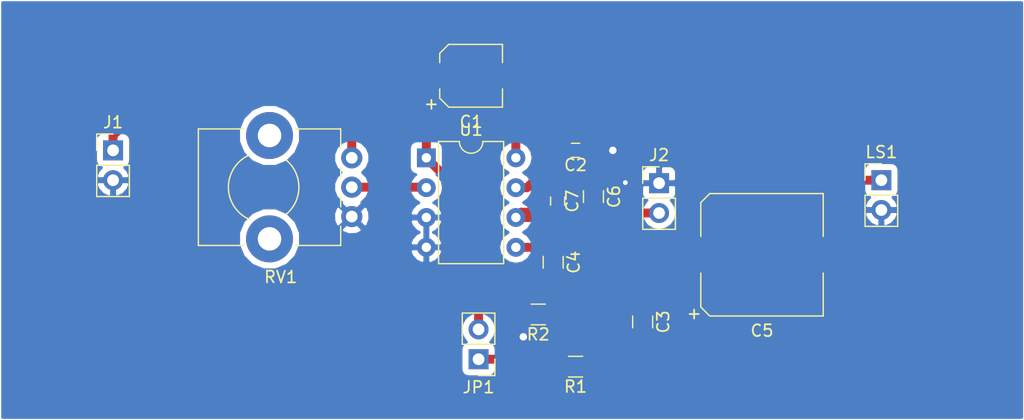
<source format=kicad_pcb>
(kicad_pcb (version 4) (host pcbnew 4.0.5)

  (general
    (links 25)
    (no_connects 0)
    (area 121.819999 104.039999 209.015001 139.800001)
    (thickness 1.6)
    (drawings 9)
    (tracks 54)
    (zones 0)
    (modules 15)
    (nets 13)
  )

  (page A4)
  (layers
    (0 F.Cu signal)
    (31 B.Cu signal)
    (32 B.Adhes user)
    (33 F.Adhes user)
    (34 B.Paste user)
    (35 F.Paste user)
    (36 B.SilkS user)
    (37 F.SilkS user)
    (38 B.Mask user)
    (39 F.Mask user)
    (40 Dwgs.User user)
    (41 Cmts.User user)
    (42 Eco1.User user)
    (43 Eco2.User user)
    (44 Edge.Cuts user)
    (45 Margin user)
    (46 B.CrtYd user)
    (47 F.CrtYd user)
    (48 B.Fab user)
    (49 F.Fab user)
  )

  (setup
    (last_trace_width 0.762)
    (user_trace_width 0.762)
    (user_trace_width 1.016)
    (trace_clearance 0.2)
    (zone_clearance 0.508)
    (zone_45_only yes)
    (trace_min 0.2)
    (segment_width 0.2)
    (edge_width 0.15)
    (via_size 0.6)
    (via_drill 0.4)
    (via_min_size 0.4)
    (via_min_drill 0.3)
    (user_via 0.762 0.635)
    (uvia_size 0.3)
    (uvia_drill 0.1)
    (uvias_allowed no)
    (uvia_min_size 0.2)
    (uvia_min_drill 0.1)
    (pcb_text_width 0.3)
    (pcb_text_size 1.5 1.5)
    (mod_edge_width 0.15)
    (mod_text_size 1 1)
    (mod_text_width 0.15)
    (pad_size 1.524 1.524)
    (pad_drill 0.762)
    (pad_to_mask_clearance 0.2)
    (aux_axis_origin 0 0)
    (visible_elements FFFFFF7F)
    (pcbplotparams
      (layerselection 0x02030_80000001)
      (usegerberextensions false)
      (excludeedgelayer true)
      (linewidth 0.100000)
      (plotframeref false)
      (viasonmask false)
      (mode 1)
      (useauxorigin false)
      (hpglpennumber 1)
      (hpglpenspeed 20)
      (hpglpendiameter 15)
      (hpglpenoverlay 2)
      (psnegative false)
      (psa4output false)
      (plotreference true)
      (plotvalue true)
      (plotinvisibletext false)
      (padsonsilk false)
      (subtractmaskfromsilk false)
      (outputformat 1)
      (mirror false)
      (drillshape 0)
      (scaleselection 1)
      (outputdirectory ""))
  )

  (net 0 "")
  (net 1 "Net-(C1-Pad1)")
  (net 2 "Net-(C1-Pad2)")
  (net 3 GND)
  (net 4 "Net-(C2-Pad2)")
  (net 5 "Net-(C3-Pad1)")
  (net 6 "Net-(C3-Pad2)")
  (net 7 "Net-(C4-Pad2)")
  (net 8 "Net-(C5-Pad2)")
  (net 9 "Net-(J1-Pad1)")
  (net 10 "Net-(JP1-Pad1)")
  (net 11 "Net-(RV1-Pad2)")
  (net 12 "Net-(C6-Pad2)")

  (net_class Default "This is the default net class."
    (clearance 0.2)
    (trace_width 0.25)
    (via_dia 0.6)
    (via_drill 0.4)
    (uvia_dia 0.3)
    (uvia_drill 0.1)
    (add_net GND)
    (add_net "Net-(C1-Pad1)")
    (add_net "Net-(C1-Pad2)")
    (add_net "Net-(C2-Pad2)")
    (add_net "Net-(C3-Pad1)")
    (add_net "Net-(C3-Pad2)")
    (add_net "Net-(C4-Pad2)")
    (add_net "Net-(C5-Pad2)")
    (add_net "Net-(C6-Pad2)")
    (add_net "Net-(J1-Pad1)")
    (add_net "Net-(JP1-Pad1)")
    (add_net "Net-(RV1-Pad2)")
  )

  (module Capacitors_SMD:CP_Elec_5x4.5 (layer F.Cu) (tedit 58AA8639) (tstamp 58BC7000)
    (at 161.925 110.49)
    (descr "SMT capacitor, aluminium electrolytic, 5x4.5")
    (path /58BC5B0C)
    (attr smd)
    (fp_text reference C1 (at 0 3.92) (layer F.SilkS)
      (effects (font (size 1 1) (thickness 0.15)))
    )
    (fp_text value 10u (at 0 -3.92) (layer F.Fab)
      (effects (font (size 1 1) (thickness 0.15)))
    )
    (fp_circle (center 0 0) (end 0.1 2.4) (layer F.Fab) (width 0.1))
    (fp_text user + (at -1.37 -0.08) (layer F.Fab)
      (effects (font (size 1 1) (thickness 0.15)))
    )
    (fp_text user + (at -3.38 2.36) (layer F.SilkS)
      (effects (font (size 1 1) (thickness 0.15)))
    )
    (fp_text user %R (at 0 3.92) (layer F.Fab)
      (effects (font (size 1 1) (thickness 0.15)))
    )
    (fp_line (start 2.51 2.51) (end 2.51 -2.51) (layer F.Fab) (width 0.1))
    (fp_line (start -1.84 2.51) (end 2.51 2.51) (layer F.Fab) (width 0.1))
    (fp_line (start -2.51 1.84) (end -1.84 2.51) (layer F.Fab) (width 0.1))
    (fp_line (start -2.51 -1.84) (end -2.51 1.84) (layer F.Fab) (width 0.1))
    (fp_line (start -1.84 -2.51) (end -2.51 -1.84) (layer F.Fab) (width 0.1))
    (fp_line (start 2.51 -2.51) (end -1.84 -2.51) (layer F.Fab) (width 0.1))
    (fp_line (start 2.67 2.67) (end 2.67 1.12) (layer F.SilkS) (width 0.12))
    (fp_line (start 2.67 -2.67) (end 2.67 -1.12) (layer F.SilkS) (width 0.12))
    (fp_line (start -2.67 -1.91) (end -2.67 -1.12) (layer F.SilkS) (width 0.12))
    (fp_line (start -2.67 1.91) (end -2.67 1.12) (layer F.SilkS) (width 0.12))
    (fp_line (start 2.67 -2.67) (end -1.91 -2.67) (layer F.SilkS) (width 0.12))
    (fp_line (start -1.91 -2.67) (end -2.67 -1.91) (layer F.SilkS) (width 0.12))
    (fp_line (start -2.67 1.91) (end -1.91 2.67) (layer F.SilkS) (width 0.12))
    (fp_line (start -1.91 2.67) (end 2.67 2.67) (layer F.SilkS) (width 0.12))
    (fp_line (start -3.95 -2.77) (end 3.95 -2.77) (layer F.CrtYd) (width 0.05))
    (fp_line (start -3.95 -2.77) (end -3.95 2.76) (layer F.CrtYd) (width 0.05))
    (fp_line (start 3.95 2.76) (end 3.95 -2.77) (layer F.CrtYd) (width 0.05))
    (fp_line (start 3.95 2.76) (end -3.95 2.76) (layer F.CrtYd) (width 0.05))
    (pad 1 smd rect (at -2.2 0 180) (size 3 1.6) (layers F.Cu F.Paste F.Mask)
      (net 1 "Net-(C1-Pad1)"))
    (pad 2 smd rect (at 2.2 0 180) (size 3 1.6) (layers F.Cu F.Paste F.Mask)
      (net 2 "Net-(C1-Pad2)"))
    (model Capacitors_SMD.3dshapes/CP_Elec_5x4.5.wrl
      (at (xyz 0 0 0))
      (scale (xyz 1 1 1))
      (rotate (xyz 0 0 180))
    )
  )

  (module Capacitors_SMD:C_0603_HandSoldering (layer F.Cu) (tedit 58AA848B) (tstamp 58BC7006)
    (at 170.815 116.84 180)
    (descr "Capacitor SMD 0603, hand soldering")
    (tags "capacitor 0603")
    (path /58BC64BA)
    (attr smd)
    (fp_text reference C2 (at 0 -1.25 180) (layer F.SilkS)
      (effects (font (size 1 1) (thickness 0.15)))
    )
    (fp_text value 0.1u (at 0 1.5 180) (layer F.Fab)
      (effects (font (size 1 1) (thickness 0.15)))
    )
    (fp_text user %R (at 0 -1.25 180) (layer F.Fab)
      (effects (font (size 1 1) (thickness 0.15)))
    )
    (fp_line (start -0.8 0.4) (end -0.8 -0.4) (layer F.Fab) (width 0.1))
    (fp_line (start 0.8 0.4) (end -0.8 0.4) (layer F.Fab) (width 0.1))
    (fp_line (start 0.8 -0.4) (end 0.8 0.4) (layer F.Fab) (width 0.1))
    (fp_line (start -0.8 -0.4) (end 0.8 -0.4) (layer F.Fab) (width 0.1))
    (fp_line (start -0.35 -0.6) (end 0.35 -0.6) (layer F.SilkS) (width 0.12))
    (fp_line (start 0.35 0.6) (end -0.35 0.6) (layer F.SilkS) (width 0.12))
    (fp_line (start -1.8 -0.65) (end 1.8 -0.65) (layer F.CrtYd) (width 0.05))
    (fp_line (start -1.8 -0.65) (end -1.8 0.65) (layer F.CrtYd) (width 0.05))
    (fp_line (start 1.8 0.65) (end 1.8 -0.65) (layer F.CrtYd) (width 0.05))
    (fp_line (start 1.8 0.65) (end -1.8 0.65) (layer F.CrtYd) (width 0.05))
    (pad 1 smd rect (at -0.95 0 180) (size 1.2 0.75) (layers F.Cu F.Paste F.Mask)
      (net 3 GND))
    (pad 2 smd rect (at 0.95 0 180) (size 1.2 0.75) (layers F.Cu F.Paste F.Mask)
      (net 4 "Net-(C2-Pad2)"))
    (model Capacitors_SMD.3dshapes/C_0603.wrl
      (at (xyz 0 0 0))
      (scale (xyz 1 1 1))
      (rotate (xyz 0 0 0))
    )
  )

  (module Capacitors_SMD:C_0805_HandSoldering (layer F.Cu) (tedit 58AA84A8) (tstamp 58BC700C)
    (at 176.53 131.445 270)
    (descr "Capacitor SMD 0805, hand soldering")
    (tags "capacitor 0805")
    (path /58BC6B7B)
    (attr smd)
    (fp_text reference C3 (at 0 -1.75 270) (layer F.SilkS)
      (effects (font (size 1 1) (thickness 0.15)))
    )
    (fp_text value 0.033u (at 0 1.75 270) (layer F.Fab)
      (effects (font (size 1 1) (thickness 0.15)))
    )
    (fp_text user %R (at 0 -1.75 270) (layer F.Fab)
      (effects (font (size 1 1) (thickness 0.15)))
    )
    (fp_line (start -1 0.62) (end -1 -0.62) (layer F.Fab) (width 0.1))
    (fp_line (start 1 0.62) (end -1 0.62) (layer F.Fab) (width 0.1))
    (fp_line (start 1 -0.62) (end 1 0.62) (layer F.Fab) (width 0.1))
    (fp_line (start -1 -0.62) (end 1 -0.62) (layer F.Fab) (width 0.1))
    (fp_line (start 0.5 -0.85) (end -0.5 -0.85) (layer F.SilkS) (width 0.12))
    (fp_line (start -0.5 0.85) (end 0.5 0.85) (layer F.SilkS) (width 0.12))
    (fp_line (start -2.25 -0.88) (end 2.25 -0.88) (layer F.CrtYd) (width 0.05))
    (fp_line (start -2.25 -0.88) (end -2.25 0.87) (layer F.CrtYd) (width 0.05))
    (fp_line (start 2.25 0.87) (end 2.25 -0.88) (layer F.CrtYd) (width 0.05))
    (fp_line (start 2.25 0.87) (end -2.25 0.87) (layer F.CrtYd) (width 0.05))
    (pad 1 smd rect (at -1.25 0 270) (size 1.5 1.25) (layers F.Cu F.Paste F.Mask)
      (net 5 "Net-(C3-Pad1)"))
    (pad 2 smd rect (at 1.25 0 270) (size 1.5 1.25) (layers F.Cu F.Paste F.Mask)
      (net 6 "Net-(C3-Pad2)"))
    (model Capacitors_SMD.3dshapes/C_0805.wrl
      (at (xyz 0 0 0))
      (scale (xyz 1 1 1))
      (rotate (xyz 0 0 0))
    )
  )

  (module Capacitors_SMD:C_0805_HandSoldering (layer F.Cu) (tedit 58AA84A8) (tstamp 58BC7012)
    (at 168.91 126.365 270)
    (descr "Capacitor SMD 0805, hand soldering")
    (tags "capacitor 0805")
    (path /58BC5D10)
    (attr smd)
    (fp_text reference C4 (at 0 -1.75 270) (layer F.SilkS)
      (effects (font (size 1 1) (thickness 0.15)))
    )
    (fp_text value 0.05u (at 0 1.75 270) (layer F.Fab)
      (effects (font (size 1 1) (thickness 0.15)))
    )
    (fp_text user %R (at 0 -1.75 270) (layer F.Fab)
      (effects (font (size 1 1) (thickness 0.15)))
    )
    (fp_line (start -1 0.62) (end -1 -0.62) (layer F.Fab) (width 0.1))
    (fp_line (start 1 0.62) (end -1 0.62) (layer F.Fab) (width 0.1))
    (fp_line (start 1 -0.62) (end 1 0.62) (layer F.Fab) (width 0.1))
    (fp_line (start -1 -0.62) (end 1 -0.62) (layer F.Fab) (width 0.1))
    (fp_line (start 0.5 -0.85) (end -0.5 -0.85) (layer F.SilkS) (width 0.12))
    (fp_line (start -0.5 0.85) (end 0.5 0.85) (layer F.SilkS) (width 0.12))
    (fp_line (start -2.25 -0.88) (end 2.25 -0.88) (layer F.CrtYd) (width 0.05))
    (fp_line (start -2.25 -0.88) (end -2.25 0.87) (layer F.CrtYd) (width 0.05))
    (fp_line (start 2.25 0.87) (end 2.25 -0.88) (layer F.CrtYd) (width 0.05))
    (fp_line (start 2.25 0.87) (end -2.25 0.87) (layer F.CrtYd) (width 0.05))
    (pad 1 smd rect (at -1.25 0 270) (size 1.5 1.25) (layers F.Cu F.Paste F.Mask)
      (net 5 "Net-(C3-Pad1)"))
    (pad 2 smd rect (at 1.25 0 270) (size 1.5 1.25) (layers F.Cu F.Paste F.Mask)
      (net 7 "Net-(C4-Pad2)"))
    (model Capacitors_SMD.3dshapes/C_0805.wrl
      (at (xyz 0 0 0))
      (scale (xyz 1 1 1))
      (rotate (xyz 0 0 0))
    )
  )

  (module Capacitors_SMD:CP_Elec_10x10 (layer F.Cu) (tedit 58AA9194) (tstamp 58BC7018)
    (at 186.69 125.73)
    (descr "SMT capacitor, aluminium electrolytic, 10x10")
    (path /58BC5BCD)
    (attr smd)
    (fp_text reference C5 (at 0 6.46) (layer F.SilkS)
      (effects (font (size 1 1) (thickness 0.15)))
    )
    (fp_text value 250u (at 0 -6.46) (layer F.Fab)
      (effects (font (size 1 1) (thickness 0.15)))
    )
    (fp_circle (center 0 0) (end 0.1 5) (layer F.Fab) (width 0.1))
    (fp_text user + (at -2.91 -0.08) (layer F.Fab)
      (effects (font (size 1 1) (thickness 0.15)))
    )
    (fp_text user + (at -5.78 4.97) (layer F.SilkS)
      (effects (font (size 1 1) (thickness 0.15)))
    )
    (fp_text user %R (at 0 6.46) (layer F.Fab)
      (effects (font (size 1 1) (thickness 0.15)))
    )
    (fp_line (start -5.21 -4.45) (end -5.21 -1.56) (layer F.SilkS) (width 0.12))
    (fp_line (start -5.21 4.45) (end -5.21 1.56) (layer F.SilkS) (width 0.12))
    (fp_line (start 5.21 5.21) (end 5.21 1.56) (layer F.SilkS) (width 0.12))
    (fp_line (start 5.21 -5.21) (end 5.21 -1.56) (layer F.SilkS) (width 0.12))
    (fp_line (start 5.05 5.05) (end 5.05 -5.05) (layer F.Fab) (width 0.1))
    (fp_line (start -4.38 5.05) (end 5.05 5.05) (layer F.Fab) (width 0.1))
    (fp_line (start -5.05 4.38) (end -4.38 5.05) (layer F.Fab) (width 0.1))
    (fp_line (start -5.05 -4.38) (end -5.05 4.38) (layer F.Fab) (width 0.1))
    (fp_line (start -4.38 -5.05) (end -5.05 -4.38) (layer F.Fab) (width 0.1))
    (fp_line (start 5.05 -5.05) (end -4.38 -5.05) (layer F.Fab) (width 0.1))
    (fp_line (start 5.21 5.21) (end -4.45 5.21) (layer F.SilkS) (width 0.12))
    (fp_line (start -4.45 5.21) (end -5.21 4.45) (layer F.SilkS) (width 0.12))
    (fp_line (start -5.21 -4.45) (end -4.45 -5.21) (layer F.SilkS) (width 0.12))
    (fp_line (start -4.45 -5.21) (end 5.21 -5.21) (layer F.SilkS) (width 0.12))
    (fp_line (start -6.25 -5.31) (end 6.25 -5.31) (layer F.CrtYd) (width 0.05))
    (fp_line (start -6.25 -5.31) (end -6.25 5.3) (layer F.CrtYd) (width 0.05))
    (fp_line (start 6.25 5.3) (end 6.25 -5.31) (layer F.CrtYd) (width 0.05))
    (fp_line (start 6.25 5.3) (end -6.25 5.3) (layer F.CrtYd) (width 0.05))
    (pad 1 smd rect (at -4 0 180) (size 4 2.5) (layers F.Cu F.Paste F.Mask)
      (net 5 "Net-(C3-Pad1)"))
    (pad 2 smd rect (at 4 0 180) (size 4 2.5) (layers F.Cu F.Paste F.Mask)
      (net 8 "Net-(C5-Pad2)"))
    (model Capacitors_SMD.3dshapes/CP_Elec_10x10.wrl
      (at (xyz 0 0 0))
      (scale (xyz 1 1 1))
      (rotate (xyz 0 0 180))
    )
  )

  (module Pin_Headers:Pin_Header_Straight_1x02_Pitch2.54mm (layer F.Cu) (tedit 5862ED52) (tstamp 58BC701E)
    (at 131.445 116.84)
    (descr "Through hole straight pin header, 1x02, 2.54mm pitch, single row")
    (tags "Through hole pin header THT 1x02 2.54mm single row")
    (path /58BC6215)
    (fp_text reference J1 (at 0 -2.39) (layer F.SilkS)
      (effects (font (size 1 1) (thickness 0.15)))
    )
    (fp_text value AudioInput (at 0 4.93) (layer F.Fab)
      (effects (font (size 1 1) (thickness 0.15)))
    )
    (fp_line (start -1.27 -1.27) (end -1.27 3.81) (layer F.Fab) (width 0.1))
    (fp_line (start -1.27 3.81) (end 1.27 3.81) (layer F.Fab) (width 0.1))
    (fp_line (start 1.27 3.81) (end 1.27 -1.27) (layer F.Fab) (width 0.1))
    (fp_line (start 1.27 -1.27) (end -1.27 -1.27) (layer F.Fab) (width 0.1))
    (fp_line (start -1.39 1.27) (end -1.39 3.93) (layer F.SilkS) (width 0.12))
    (fp_line (start -1.39 3.93) (end 1.39 3.93) (layer F.SilkS) (width 0.12))
    (fp_line (start 1.39 3.93) (end 1.39 1.27) (layer F.SilkS) (width 0.12))
    (fp_line (start 1.39 1.27) (end -1.39 1.27) (layer F.SilkS) (width 0.12))
    (fp_line (start -1.39 0) (end -1.39 -1.39) (layer F.SilkS) (width 0.12))
    (fp_line (start -1.39 -1.39) (end 0 -1.39) (layer F.SilkS) (width 0.12))
    (fp_line (start -1.6 -1.6) (end -1.6 4.1) (layer F.CrtYd) (width 0.05))
    (fp_line (start -1.6 4.1) (end 1.6 4.1) (layer F.CrtYd) (width 0.05))
    (fp_line (start 1.6 4.1) (end 1.6 -1.6) (layer F.CrtYd) (width 0.05))
    (fp_line (start 1.6 -1.6) (end -1.6 -1.6) (layer F.CrtYd) (width 0.05))
    (pad 1 thru_hole rect (at 0 0) (size 1.7 1.7) (drill 1) (layers *.Cu *.Mask)
      (net 9 "Net-(J1-Pad1)"))
    (pad 2 thru_hole oval (at 0 2.54) (size 1.7 1.7) (drill 1) (layers *.Cu *.Mask)
      (net 3 GND))
    (model Pin_Headers.3dshapes/Pin_Header_Straight_1x02_Pitch2.54mm.wrl
      (at (xyz 0 -0.05 0))
      (scale (xyz 1 1 1))
      (rotate (xyz 0 0 90))
    )
  )

  (module Pin_Headers:Pin_Header_Straight_1x02_Pitch2.54mm (layer F.Cu) (tedit 5862ED52) (tstamp 58BC7024)
    (at 177.927 119.634)
    (descr "Through hole straight pin header, 1x02, 2.54mm pitch, single row")
    (tags "Through hole pin header THT 1x02 2.54mm single row")
    (path /58BC5D7C)
    (fp_text reference J2 (at 0 -2.39) (layer F.SilkS)
      (effects (font (size 1 1) (thickness 0.15)))
    )
    (fp_text value "Vs 12V" (at 0 4.93) (layer F.Fab)
      (effects (font (size 1 1) (thickness 0.15)))
    )
    (fp_line (start -1.27 -1.27) (end -1.27 3.81) (layer F.Fab) (width 0.1))
    (fp_line (start -1.27 3.81) (end 1.27 3.81) (layer F.Fab) (width 0.1))
    (fp_line (start 1.27 3.81) (end 1.27 -1.27) (layer F.Fab) (width 0.1))
    (fp_line (start 1.27 -1.27) (end -1.27 -1.27) (layer F.Fab) (width 0.1))
    (fp_line (start -1.39 1.27) (end -1.39 3.93) (layer F.SilkS) (width 0.12))
    (fp_line (start -1.39 3.93) (end 1.39 3.93) (layer F.SilkS) (width 0.12))
    (fp_line (start 1.39 3.93) (end 1.39 1.27) (layer F.SilkS) (width 0.12))
    (fp_line (start 1.39 1.27) (end -1.39 1.27) (layer F.SilkS) (width 0.12))
    (fp_line (start -1.39 0) (end -1.39 -1.39) (layer F.SilkS) (width 0.12))
    (fp_line (start -1.39 -1.39) (end 0 -1.39) (layer F.SilkS) (width 0.12))
    (fp_line (start -1.6 -1.6) (end -1.6 4.1) (layer F.CrtYd) (width 0.05))
    (fp_line (start -1.6 4.1) (end 1.6 4.1) (layer F.CrtYd) (width 0.05))
    (fp_line (start 1.6 4.1) (end 1.6 -1.6) (layer F.CrtYd) (width 0.05))
    (fp_line (start 1.6 -1.6) (end -1.6 -1.6) (layer F.CrtYd) (width 0.05))
    (pad 1 thru_hole rect (at 0 0) (size 1.7 1.7) (drill 1) (layers *.Cu *.Mask)
      (net 3 GND))
    (pad 2 thru_hole oval (at 0 2.54) (size 1.7 1.7) (drill 1) (layers *.Cu *.Mask)
      (net 12 "Net-(C6-Pad2)"))
    (model Pin_Headers.3dshapes/Pin_Header_Straight_1x02_Pitch2.54mm.wrl
      (at (xyz 0 -0.05 0))
      (scale (xyz 1 1 1))
      (rotate (xyz 0 0 90))
    )
  )

  (module Pin_Headers:Pin_Header_Straight_1x02_Pitch2.54mm (layer F.Cu) (tedit 5862ED52) (tstamp 58BC702A)
    (at 162.56 134.62 180)
    (descr "Through hole straight pin header, 1x02, 2.54mm pitch, single row")
    (tags "Through hole pin header THT 1x02 2.54mm single row")
    (path /58BC6C0A)
    (fp_text reference JP1 (at 0 -2.39 180) (layer F.SilkS)
      (effects (font (size 1 1) (thickness 0.15)))
    )
    (fp_text value Jumper (at 0 4.93 180) (layer F.Fab)
      (effects (font (size 1 1) (thickness 0.15)))
    )
    (fp_line (start -1.27 -1.27) (end -1.27 3.81) (layer F.Fab) (width 0.1))
    (fp_line (start -1.27 3.81) (end 1.27 3.81) (layer F.Fab) (width 0.1))
    (fp_line (start 1.27 3.81) (end 1.27 -1.27) (layer F.Fab) (width 0.1))
    (fp_line (start 1.27 -1.27) (end -1.27 -1.27) (layer F.Fab) (width 0.1))
    (fp_line (start -1.39 1.27) (end -1.39 3.93) (layer F.SilkS) (width 0.12))
    (fp_line (start -1.39 3.93) (end 1.39 3.93) (layer F.SilkS) (width 0.12))
    (fp_line (start 1.39 3.93) (end 1.39 1.27) (layer F.SilkS) (width 0.12))
    (fp_line (start 1.39 1.27) (end -1.39 1.27) (layer F.SilkS) (width 0.12))
    (fp_line (start -1.39 0) (end -1.39 -1.39) (layer F.SilkS) (width 0.12))
    (fp_line (start -1.39 -1.39) (end 0 -1.39) (layer F.SilkS) (width 0.12))
    (fp_line (start -1.6 -1.6) (end -1.6 4.1) (layer F.CrtYd) (width 0.05))
    (fp_line (start -1.6 4.1) (end 1.6 4.1) (layer F.CrtYd) (width 0.05))
    (fp_line (start 1.6 4.1) (end 1.6 -1.6) (layer F.CrtYd) (width 0.05))
    (fp_line (start 1.6 -1.6) (end -1.6 -1.6) (layer F.CrtYd) (width 0.05))
    (pad 1 thru_hole rect (at 0 0 180) (size 1.7 1.7) (drill 1) (layers *.Cu *.Mask)
      (net 10 "Net-(JP1-Pad1)"))
    (pad 2 thru_hole oval (at 0 2.54 180) (size 1.7 1.7) (drill 1) (layers *.Cu *.Mask)
      (net 1 "Net-(C1-Pad1)"))
    (model Pin_Headers.3dshapes/Pin_Header_Straight_1x02_Pitch2.54mm.wrl
      (at (xyz 0 -0.05 0))
      (scale (xyz 1 1 1))
      (rotate (xyz 0 0 90))
    )
  )

  (module Pin_Headers:Pin_Header_Straight_1x02_Pitch2.54mm (layer F.Cu) (tedit 5862ED52) (tstamp 58BC7030)
    (at 196.85 119.38)
    (descr "Through hole straight pin header, 1x02, 2.54mm pitch, single row")
    (tags "Through hole pin header THT 1x02 2.54mm single row")
    (path /58BC5BFD)
    (fp_text reference LS1 (at 0 -2.39) (layer F.SilkS)
      (effects (font (size 1 1) (thickness 0.15)))
    )
    (fp_text value Speaker (at 0 4.93) (layer F.Fab)
      (effects (font (size 1 1) (thickness 0.15)))
    )
    (fp_line (start -1.27 -1.27) (end -1.27 3.81) (layer F.Fab) (width 0.1))
    (fp_line (start -1.27 3.81) (end 1.27 3.81) (layer F.Fab) (width 0.1))
    (fp_line (start 1.27 3.81) (end 1.27 -1.27) (layer F.Fab) (width 0.1))
    (fp_line (start 1.27 -1.27) (end -1.27 -1.27) (layer F.Fab) (width 0.1))
    (fp_line (start -1.39 1.27) (end -1.39 3.93) (layer F.SilkS) (width 0.12))
    (fp_line (start -1.39 3.93) (end 1.39 3.93) (layer F.SilkS) (width 0.12))
    (fp_line (start 1.39 3.93) (end 1.39 1.27) (layer F.SilkS) (width 0.12))
    (fp_line (start 1.39 1.27) (end -1.39 1.27) (layer F.SilkS) (width 0.12))
    (fp_line (start -1.39 0) (end -1.39 -1.39) (layer F.SilkS) (width 0.12))
    (fp_line (start -1.39 -1.39) (end 0 -1.39) (layer F.SilkS) (width 0.12))
    (fp_line (start -1.6 -1.6) (end -1.6 4.1) (layer F.CrtYd) (width 0.05))
    (fp_line (start -1.6 4.1) (end 1.6 4.1) (layer F.CrtYd) (width 0.05))
    (fp_line (start 1.6 4.1) (end 1.6 -1.6) (layer F.CrtYd) (width 0.05))
    (fp_line (start 1.6 -1.6) (end -1.6 -1.6) (layer F.CrtYd) (width 0.05))
    (pad 1 thru_hole rect (at 0 0) (size 1.7 1.7) (drill 1) (layers *.Cu *.Mask)
      (net 8 "Net-(C5-Pad2)"))
    (pad 2 thru_hole oval (at 0 2.54) (size 1.7 1.7) (drill 1) (layers *.Cu *.Mask)
      (net 3 GND))
    (model Pin_Headers.3dshapes/Pin_Header_Straight_1x02_Pitch2.54mm.wrl
      (at (xyz 0 -0.05 0))
      (scale (xyz 1 1 1))
      (rotate (xyz 0 0 90))
    )
  )

  (module Resistors_SMD:R_0805_HandSoldering (layer F.Cu) (tedit 58AADA1D) (tstamp 58BC7036)
    (at 170.815 135.255 180)
    (descr "Resistor SMD 0805, hand soldering")
    (tags "resistor 0805")
    (path /58BC6BC2)
    (attr smd)
    (fp_text reference R1 (at 0 -1.7 180) (layer F.SilkS)
      (effects (font (size 1 1) (thickness 0.15)))
    )
    (fp_text value 10k (at 0 1.75 180) (layer F.Fab)
      (effects (font (size 1 1) (thickness 0.15)))
    )
    (fp_text user %R (at 0 -1.7 180) (layer F.Fab)
      (effects (font (size 1 1) (thickness 0.15)))
    )
    (fp_line (start -1 0.62) (end -1 -0.62) (layer F.Fab) (width 0.1))
    (fp_line (start 1 0.62) (end -1 0.62) (layer F.Fab) (width 0.1))
    (fp_line (start 1 -0.62) (end 1 0.62) (layer F.Fab) (width 0.1))
    (fp_line (start -1 -0.62) (end 1 -0.62) (layer F.Fab) (width 0.1))
    (fp_line (start 0.6 0.88) (end -0.6 0.88) (layer F.SilkS) (width 0.12))
    (fp_line (start -0.6 -0.88) (end 0.6 -0.88) (layer F.SilkS) (width 0.12))
    (fp_line (start -2.35 -0.9) (end 2.35 -0.9) (layer F.CrtYd) (width 0.05))
    (fp_line (start -2.35 -0.9) (end -2.35 0.9) (layer F.CrtYd) (width 0.05))
    (fp_line (start 2.35 0.9) (end 2.35 -0.9) (layer F.CrtYd) (width 0.05))
    (fp_line (start 2.35 0.9) (end -2.35 0.9) (layer F.CrtYd) (width 0.05))
    (pad 1 smd rect (at -1.35 0 180) (size 1.5 1.3) (layers F.Cu F.Paste F.Mask)
      (net 6 "Net-(C3-Pad2)"))
    (pad 2 smd rect (at 1.35 0 180) (size 1.5 1.3) (layers F.Cu F.Paste F.Mask)
      (net 10 "Net-(JP1-Pad1)"))
    (model Resistors_SMD.3dshapes/R_0805.wrl
      (at (xyz 0 0 0))
      (scale (xyz 1 1 1))
      (rotate (xyz 0 0 0))
    )
  )

  (module Resistors_SMD:R_0805_HandSoldering (layer F.Cu) (tedit 58AADA1D) (tstamp 58BC703C)
    (at 167.64 130.81 180)
    (descr "Resistor SMD 0805, hand soldering")
    (tags "resistor 0805")
    (path /58BC5D4D)
    (attr smd)
    (fp_text reference R2 (at 0 -1.7 180) (layer F.SilkS)
      (effects (font (size 1 1) (thickness 0.15)))
    )
    (fp_text value 10 (at 0 1.75 180) (layer F.Fab)
      (effects (font (size 1 1) (thickness 0.15)))
    )
    (fp_text user %R (at 0 -1.7 180) (layer F.Fab)
      (effects (font (size 1 1) (thickness 0.15)))
    )
    (fp_line (start -1 0.62) (end -1 -0.62) (layer F.Fab) (width 0.1))
    (fp_line (start 1 0.62) (end -1 0.62) (layer F.Fab) (width 0.1))
    (fp_line (start 1 -0.62) (end 1 0.62) (layer F.Fab) (width 0.1))
    (fp_line (start -1 -0.62) (end 1 -0.62) (layer F.Fab) (width 0.1))
    (fp_line (start 0.6 0.88) (end -0.6 0.88) (layer F.SilkS) (width 0.12))
    (fp_line (start -0.6 -0.88) (end 0.6 -0.88) (layer F.SilkS) (width 0.12))
    (fp_line (start -2.35 -0.9) (end 2.35 -0.9) (layer F.CrtYd) (width 0.05))
    (fp_line (start -2.35 -0.9) (end -2.35 0.9) (layer F.CrtYd) (width 0.05))
    (fp_line (start 2.35 0.9) (end 2.35 -0.9) (layer F.CrtYd) (width 0.05))
    (fp_line (start 2.35 0.9) (end -2.35 0.9) (layer F.CrtYd) (width 0.05))
    (pad 1 smd rect (at -1.35 0 180) (size 1.5 1.3) (layers F.Cu F.Paste F.Mask)
      (net 7 "Net-(C4-Pad2)"))
    (pad 2 smd rect (at 1.35 0 180) (size 1.5 1.3) (layers F.Cu F.Paste F.Mask)
      (net 3 GND))
    (model Resistors_SMD.3dshapes/R_0805.wrl
      (at (xyz 0 0 0))
      (scale (xyz 1 1 1))
      (rotate (xyz 0 0 0))
    )
  )

  (module Potentiometers:Potentiometer_Alps_RK09K_Horizontal (layer F.Cu) (tedit 58826B09) (tstamp 58BC7045)
    (at 151.765 117.475 180)
    (descr "Potentiometer, horizontally mounted, Omeg PC16PU, Omeg PC16PU, Omeg PC16PU, Vishay/Spectrol 248GJ/249GJ Single, Vishay/Spectrol 248GJ/249GJ Single, Vishay/Spectrol 248GJ/249GJ Single, Vishay/Spectrol 248GH/249GH Single, Vishay/Spectrol 148/149 Single, Vishay/Spectrol 148/149 Single, Vishay/Spectrol 148/149 Single, Vishay/Spectrol 148A/149A Single with mounting plates, Vishay/Spectrol 148/149 Double, Vishay/Spectrol 148A/149A Double with mounting plates, Piher PC-16 Single, Piher PC-16 Single, Piher PC-16 Single, Piher PC-16SV Single, Piher PC-16 Double, Piher PC-16 Triple, Piher T16H Single, Piher T16L Single, Piher T16H Double, Alps RK163 Single, Alps RK163 Double, Alps RK097 Single, Alps RK097 Double, Bourns PTV09A-2 Single with mounting sleve Single, Bourns PTV09A-1 with mounting sleve Single, Bourns PRS11S Single, Alps RK09K Single with mounting sleve Single, Alps RK09K with mounting sleve Single, http://www.alps.com/prod/info/E/HTML/Potentiometer/RotaryPotentiometers/RK09K/RK09D1130C1B.html")
    (tags "Potentiometer horizontal  Omeg PC16PU  Omeg PC16PU  Omeg PC16PU  Vishay/Spectrol 248GJ/249GJ Single  Vishay/Spectrol 248GJ/249GJ Single  Vishay/Spectrol 248GJ/249GJ Single  Vishay/Spectrol 248GH/249GH Single  Vishay/Spectrol 148/149 Single  Vishay/Spectrol 148/149 Single  Vishay/Spectrol 148/149 Single  Vishay/Spectrol 148A/149A Single with mounting plates  Vishay/Spectrol 148/149 Double  Vishay/Spectrol 148A/149A Double with mounting plates  Piher PC-16 Single  Piher PC-16 Single  Piher PC-16 Single  Piher PC-16SV Single  Piher PC-16 Double  Piher PC-16 Triple  Piher T16H Single  Piher T16L Single  Piher T16H Double  Alps RK163 Single  Alps RK163 Double  Alps RK097 Single  Alps RK097 Double  Bourns PTV09A-2 Single with mounting sleve Single  Bourns PTV09A-1 with mounting sleve Single  Bourns PRS11S Single  Alps RK09K Single with mounting sleve Single  Alps RK09K with mounting sleve Single")
    (path /58BC60E6)
    (fp_text reference RV1 (at 6.05 -10.15 180) (layer F.SilkS)
      (effects (font (size 1 1) (thickness 0.15)))
    )
    (fp_text value 10k (at 6.05 5.15 180) (layer F.Fab)
      (effects (font (size 1 1) (thickness 0.15)))
    )
    (fp_arc (start 7.5 -2.5) (end 8.673 0.262) (angle -134) (layer F.SilkS) (width 0.12))
    (fp_arc (start 7.5 -2.5) (end 5.572 -4.798) (angle -100) (layer F.SilkS) (width 0.12))
    (fp_circle (center 7.5 -2.5) (end 10.75 -2.5) (layer F.Fab) (width 0.1))
    (fp_circle (center 7.5 -2.5) (end 10.5 -2.5) (layer F.Fab) (width 0.1))
    (fp_line (start 1 -7.4) (end 1 2.4) (layer F.Fab) (width 0.1))
    (fp_line (start 1 2.4) (end 13 2.4) (layer F.Fab) (width 0.1))
    (fp_line (start 13 2.4) (end 13 -7.4) (layer F.Fab) (width 0.1))
    (fp_line (start 13 -7.4) (end 1 -7.4) (layer F.Fab) (width 0.1))
    (fp_line (start 0.94 -7.461) (end 4.806 -7.461) (layer F.SilkS) (width 0.12))
    (fp_line (start 9.195 -7.461) (end 13.06 -7.461) (layer F.SilkS) (width 0.12))
    (fp_line (start 0.94 2.46) (end 4.806 2.46) (layer F.SilkS) (width 0.12))
    (fp_line (start 9.195 2.46) (end 13.06 2.46) (layer F.SilkS) (width 0.12))
    (fp_line (start 0.94 -7.461) (end 0.94 -5.825) (layer F.SilkS) (width 0.12))
    (fp_line (start 0.94 -4.175) (end 0.94 -3.325) (layer F.SilkS) (width 0.12))
    (fp_line (start 0.94 -1.675) (end 0.94 -0.825) (layer F.SilkS) (width 0.12))
    (fp_line (start 0.94 0.825) (end 0.94 2.46) (layer F.SilkS) (width 0.12))
    (fp_line (start 13.06 -7.461) (end 13.06 2.46) (layer F.SilkS) (width 0.12))
    (fp_line (start -1.15 -9.15) (end -1.15 4.15) (layer F.CrtYd) (width 0.05))
    (fp_line (start -1.15 4.15) (end 13.25 4.15) (layer F.CrtYd) (width 0.05))
    (fp_line (start 13.25 4.15) (end 13.25 -9.15) (layer F.CrtYd) (width 0.05))
    (fp_line (start 13.25 -9.15) (end -1.15 -9.15) (layer F.CrtYd) (width 0.05))
    (pad 3 thru_hole circle (at 0 -5 180) (size 1.8 1.8) (drill 1) (layers *.Cu *.Mask)
      (net 3 GND))
    (pad 2 thru_hole circle (at 0 -2.5 180) (size 1.8 1.8) (drill 1) (layers *.Cu *.Mask)
      (net 11 "Net-(RV1-Pad2)"))
    (pad 1 thru_hole circle (at 0 0 180) (size 1.8 1.8) (drill 1) (layers *.Cu *.Mask)
      (net 9 "Net-(J1-Pad1)"))
    (pad 0 np_thru_hole circle (at 7 -6.9 180) (size 4 4) (drill 2) (layers *.Cu *.Mask))
    (pad 0 np_thru_hole circle (at 7 1.9 180) (size 4 4) (drill 2) (layers *.Cu *.Mask))
    (model Potentiometers.3dshapes/Potentiometer_Alps_RK09K_Horizontal.wrl
      (at (xyz 0 0 0))
      (scale (xyz 0.393701 0.393701 0.393701))
      (rotate (xyz 0 0 0))
    )
  )

  (module Housings_DIP:DIP-8_W7.62mm (layer F.Cu) (tedit 586281B4) (tstamp 58BC7051)
    (at 158.115 117.475)
    (descr "8-lead dip package, row spacing 7.62 mm (300 mils)")
    (tags "DIL DIP PDIP 2.54mm 7.62mm 300mil")
    (path /58BC5A51)
    (fp_text reference U1 (at 3.81 -2.39) (layer F.SilkS)
      (effects (font (size 1 1) (thickness 0.15)))
    )
    (fp_text value LM386 (at 3.81 10.01) (layer F.Fab)
      (effects (font (size 1 1) (thickness 0.15)))
    )
    (fp_arc (start 3.81 -1.39) (end 2.81 -1.39) (angle -180) (layer F.SilkS) (width 0.12))
    (fp_line (start 1.635 -1.27) (end 6.985 -1.27) (layer F.Fab) (width 0.1))
    (fp_line (start 6.985 -1.27) (end 6.985 8.89) (layer F.Fab) (width 0.1))
    (fp_line (start 6.985 8.89) (end 0.635 8.89) (layer F.Fab) (width 0.1))
    (fp_line (start 0.635 8.89) (end 0.635 -0.27) (layer F.Fab) (width 0.1))
    (fp_line (start 0.635 -0.27) (end 1.635 -1.27) (layer F.Fab) (width 0.1))
    (fp_line (start 2.81 -1.39) (end 1.04 -1.39) (layer F.SilkS) (width 0.12))
    (fp_line (start 1.04 -1.39) (end 1.04 9.01) (layer F.SilkS) (width 0.12))
    (fp_line (start 1.04 9.01) (end 6.58 9.01) (layer F.SilkS) (width 0.12))
    (fp_line (start 6.58 9.01) (end 6.58 -1.39) (layer F.SilkS) (width 0.12))
    (fp_line (start 6.58 -1.39) (end 4.81 -1.39) (layer F.SilkS) (width 0.12))
    (fp_line (start -1.1 -1.6) (end -1.1 9.2) (layer F.CrtYd) (width 0.05))
    (fp_line (start -1.1 9.2) (end 8.7 9.2) (layer F.CrtYd) (width 0.05))
    (fp_line (start 8.7 9.2) (end 8.7 -1.6) (layer F.CrtYd) (width 0.05))
    (fp_line (start 8.7 -1.6) (end -1.1 -1.6) (layer F.CrtYd) (width 0.05))
    (pad 1 thru_hole rect (at 0 0) (size 1.6 1.6) (drill 0.8) (layers *.Cu *.Mask)
      (net 1 "Net-(C1-Pad1)"))
    (pad 5 thru_hole oval (at 7.62 7.62) (size 1.6 1.6) (drill 0.8) (layers *.Cu *.Mask)
      (net 5 "Net-(C3-Pad1)"))
    (pad 2 thru_hole oval (at 0 2.54) (size 1.6 1.6) (drill 0.8) (layers *.Cu *.Mask)
      (net 11 "Net-(RV1-Pad2)"))
    (pad 6 thru_hole oval (at 7.62 5.08) (size 1.6 1.6) (drill 0.8) (layers *.Cu *.Mask)
      (net 12 "Net-(C6-Pad2)"))
    (pad 3 thru_hole oval (at 0 5.08) (size 1.6 1.6) (drill 0.8) (layers *.Cu *.Mask)
      (net 3 GND))
    (pad 7 thru_hole oval (at 7.62 2.54) (size 1.6 1.6) (drill 0.8) (layers *.Cu *.Mask)
      (net 4 "Net-(C2-Pad2)"))
    (pad 4 thru_hole oval (at 0 7.62) (size 1.6 1.6) (drill 0.8) (layers *.Cu *.Mask)
      (net 3 GND))
    (pad 8 thru_hole oval (at 7.62 0) (size 1.6 1.6) (drill 0.8) (layers *.Cu *.Mask)
      (net 2 "Net-(C1-Pad2)"))
    (model Housings_DIP.3dshapes/DIP-8_W7.62mm.wrl
      (at (xyz 0 0 0))
      (scale (xyz 1 1 1))
      (rotate (xyz 0 0 0))
    )
  )

  (module Capacitors_SMD:C_0805_HandSoldering (layer F.Cu) (tedit 58C1F519) (tstamp 58C1F4B4)
    (at 172.339 120.777 270)
    (descr "Capacitor SMD 0805, hand soldering")
    (tags "capacitor 0805")
    (path /58C1F55D)
    (attr smd)
    (fp_text reference C6 (at 0 -1.75 270) (layer F.SilkS)
      (effects (font (size 1 1) (thickness 0.15)))
    )
    (fp_text value 1u (at 0 1.75 540) (layer F.Fab)
      (effects (font (size 1 1) (thickness 0.15)))
    )
    (fp_text user %R (at 0 -1.75 270) (layer F.Fab)
      (effects (font (size 1 1) (thickness 0.15)))
    )
    (fp_line (start -1 0.62) (end -1 -0.62) (layer F.Fab) (width 0.1))
    (fp_line (start 1 0.62) (end -1 0.62) (layer F.Fab) (width 0.1))
    (fp_line (start 1 -0.62) (end 1 0.62) (layer F.Fab) (width 0.1))
    (fp_line (start -1 -0.62) (end 1 -0.62) (layer F.Fab) (width 0.1))
    (fp_line (start 0.5 -0.85) (end -0.5 -0.85) (layer F.SilkS) (width 0.12))
    (fp_line (start -0.5 0.85) (end 0.5 0.85) (layer F.SilkS) (width 0.12))
    (fp_line (start -2.25 -0.88) (end 2.25 -0.88) (layer F.CrtYd) (width 0.05))
    (fp_line (start -2.25 -0.88) (end -2.25 0.87) (layer F.CrtYd) (width 0.05))
    (fp_line (start 2.25 0.87) (end 2.25 -0.88) (layer F.CrtYd) (width 0.05))
    (fp_line (start 2.25 0.87) (end -2.25 0.87) (layer F.CrtYd) (width 0.05))
    (pad 1 smd rect (at -1.25 0 270) (size 1.5 1.25) (layers F.Cu F.Paste F.Mask)
      (net 3 GND))
    (pad 2 smd rect (at 1.25 0 270) (size 1.5 1.25) (layers F.Cu F.Paste F.Mask)
      (net 12 "Net-(C6-Pad2)"))
    (model Capacitors_SMD.3dshapes/C_0805.wrl
      (at (xyz 0 0 0))
      (scale (xyz 1 1 1))
      (rotate (xyz 0 0 0))
    )
  )

  (module Capacitors_SMD:C_0603_HandSoldering (layer F.Cu) (tedit 58AA848B) (tstamp 58C1F4BA)
    (at 169.291 121.158 270)
    (descr "Capacitor SMD 0603, hand soldering")
    (tags "capacitor 0603")
    (path /58C1F5B5)
    (attr smd)
    (fp_text reference C7 (at 0 -1.25 270) (layer F.SilkS)
      (effects (font (size 1 1) (thickness 0.15)))
    )
    (fp_text value 0.1u (at 0 1.5 270) (layer F.Fab)
      (effects (font (size 1 1) (thickness 0.15)))
    )
    (fp_text user %R (at 0 -1.25 270) (layer F.Fab)
      (effects (font (size 1 1) (thickness 0.15)))
    )
    (fp_line (start -0.8 0.4) (end -0.8 -0.4) (layer F.Fab) (width 0.1))
    (fp_line (start 0.8 0.4) (end -0.8 0.4) (layer F.Fab) (width 0.1))
    (fp_line (start 0.8 -0.4) (end 0.8 0.4) (layer F.Fab) (width 0.1))
    (fp_line (start -0.8 -0.4) (end 0.8 -0.4) (layer F.Fab) (width 0.1))
    (fp_line (start -0.35 -0.6) (end 0.35 -0.6) (layer F.SilkS) (width 0.12))
    (fp_line (start 0.35 0.6) (end -0.35 0.6) (layer F.SilkS) (width 0.12))
    (fp_line (start -1.8 -0.65) (end 1.8 -0.65) (layer F.CrtYd) (width 0.05))
    (fp_line (start -1.8 -0.65) (end -1.8 0.65) (layer F.CrtYd) (width 0.05))
    (fp_line (start 1.8 0.65) (end 1.8 -0.65) (layer F.CrtYd) (width 0.05))
    (fp_line (start 1.8 0.65) (end -1.8 0.65) (layer F.CrtYd) (width 0.05))
    (pad 1 smd rect (at -0.95 0 270) (size 1.2 0.75) (layers F.Cu F.Paste F.Mask)
      (net 3 GND))
    (pad 2 smd rect (at 0.95 0 270) (size 1.2 0.75) (layers F.Cu F.Paste F.Mask)
      (net 12 "Net-(C6-Pad2)"))
    (model Capacitors_SMD.3dshapes/C_0603.wrl
      (at (xyz 0 0 0))
      (scale (xyz 1 1 1))
      (rotate (xyz 0 0 0))
    )
  )

  (gr_line (start 122.047 104.775) (end 122.047 104.14) (angle 90) (layer Margin) (width 0.2))
  (gr_line (start 122.047 104.648) (end 122.047 139.446) (angle 90) (layer Margin) (width 0.2))
  (gr_line (start 208.915 139.446) (end 208.788 139.446) (angle 90) (layer Margin) (width 0.2))
  (gr_line (start 208.915 104.267) (end 208.915 139.446) (angle 90) (layer Margin) (width 0.2))
  (gr_line (start 208.915 139.573) (end 208.915 104.267) (angle 90) (layer Margin) (width 0.2))
  (gr_line (start 121.92 139.573) (end 208.915 139.573) (angle 90) (layer Margin) (width 0.2))
  (gr_line (start 121.92 104.267) (end 121.92 139.573) (angle 90) (layer Margin) (width 0.2))
  (gr_line (start 208.915 104.267) (end 121.92 104.267) (angle 90) (layer Margin) (width 0.2))
  (gr_line (start 208.915 139.7) (end 208.915 104.267) (angle 90) (layer Margin) (width 0.2))

  (segment (start 162.56 132.08) (end 162.56 121.92) (width 0.762) (layer F.Cu) (net 1))
  (segment (start 162.56 121.92) (end 158.115 117.475) (width 0.762) (layer F.Cu) (net 1) (tstamp 58BC7A04))
  (segment (start 158.115 117.475) (end 158.115 112.1) (width 0.762) (layer F.Cu) (net 1))
  (segment (start 158.115 112.1) (end 159.725 110.49) (width 0.762) (layer F.Cu) (net 1) (tstamp 58BC7572))
  (segment (start 165.735 117.475) (end 165.735 112.1) (width 0.762) (layer F.Cu) (net 2))
  (segment (start 165.735 112.1) (end 164.125 110.49) (width 0.762) (layer F.Cu) (net 2) (tstamp 58BC75DF))
  (segment (start 169.291 120.208) (end 171.658 120.208) (width 0.762) (layer F.Cu) (net 3) (status 400000))
  (segment (start 171.658 120.208) (end 172.339 119.527) (width 0.762) (layer F.Cu) (net 3) (tstamp 58C1F5C8) (status 800000))
  (segment (start 172.339 119.527) (end 175.0006 119.527) (width 0.762) (layer F.Cu) (net 3) (status 400000))
  (segment (start 175.0568 119.5832) (end 175.133 119.6594) (width 0.762) (layer B.Cu) (net 3) (tstamp 58C1F5C4))
  (via (at 175.0568 119.5832) (size 0.6) (drill 0.4) (layers F.Cu B.Cu) (net 3))
  (segment (start 175.0006 119.527) (end 175.0568 119.5832) (width 0.762) (layer F.Cu) (net 3) (tstamp 58C1F5C1))
  (via (at 173.99 116.84) (size 0.762) (drill 0.635) (layers F.Cu B.Cu) (net 3))
  (segment (start 171.765 116.84) (end 173.99 116.84) (width 0.762) (layer F.Cu) (net 3))
  (segment (start 166.29 130.81) (end 166.29 132.635) (width 0.762) (layer F.Cu) (net 3))
  (via (at 166.37 132.715) (size 0.762) (drill 0.635) (layers F.Cu B.Cu) (net 3))
  (segment (start 166.29 132.635) (end 166.37 132.715) (width 0.762) (layer F.Cu) (net 3) (tstamp 58BC7DD2))
  (segment (start 165.735 120.015) (end 166.69 120.015) (width 0.762) (layer F.Cu) (net 4))
  (segment (start 166.69 120.015) (end 169.865 116.84) (width 0.762) (layer F.Cu) (net 4) (tstamp 58BC79A7))
  (segment (start 176.53 130.195) (end 176.53 125.115) (width 0.762) (layer F.Cu) (net 5))
  (segment (start 175.895 125.095) (end 175.895 125.115) (width 0.762) (layer F.Cu) (net 5) (tstamp 58BC7967))
  (segment (start 176.51 125.095) (end 175.895 125.095) (width 0.762) (layer F.Cu) (net 5) (tstamp 58BC7966))
  (segment (start 176.53 125.115) (end 176.51 125.095) (width 0.762) (layer F.Cu) (net 5) (tstamp 58BC7963))
  (segment (start 168.91 125.115) (end 175.895 125.115) (width 0.762) (layer F.Cu) (net 5))
  (segment (start 175.895 125.115) (end 182.075 125.115) (width 0.762) (layer F.Cu) (net 5) (tstamp 58BC7968))
  (segment (start 182.075 125.115) (end 182.69 125.73) (width 0.762) (layer F.Cu) (net 5) (tstamp 58BC7960))
  (segment (start 165.735 125.095) (end 168.89 125.095) (width 0.762) (layer F.Cu) (net 5))
  (segment (start 168.89 125.095) (end 168.91 125.115) (width 0.762) (layer F.Cu) (net 5) (tstamp 58BC795D))
  (segment (start 176.53 132.695) (end 176.53 134.62) (width 0.762) (layer F.Cu) (net 6))
  (segment (start 175.895 135.255) (end 172.165 135.255) (width 0.762) (layer F.Cu) (net 6) (tstamp 58BC796D))
  (segment (start 176.53 134.62) (end 175.895 135.255) (width 0.762) (layer F.Cu) (net 6) (tstamp 58BC796A))
  (segment (start 168.91 127.615) (end 168.91 130.73) (width 0.762) (layer F.Cu) (net 7))
  (segment (start 168.91 130.73) (end 168.99 130.81) (width 0.762) (layer F.Cu) (net 7) (tstamp 58BC7D6E))
  (segment (start 190.69 125.73) (end 190.69 121.73) (width 0.762) (layer F.Cu) (net 8))
  (segment (start 193.04 119.38) (end 196.85 119.38) (width 0.762) (layer F.Cu) (net 8) (tstamp 58BC7A2E))
  (segment (start 190.69 121.73) (end 193.04 119.38) (width 0.762) (layer F.Cu) (net 8) (tstamp 58BC7A2D))
  (segment (start 131.445 116.84) (end 131.445 115.57) (width 0.762) (layer F.Cu) (net 9))
  (segment (start 151.765 111.76) (end 151.765 117.475) (width 0.762) (layer F.Cu) (net 9) (tstamp 58BC719B))
  (segment (start 150.495 110.49) (end 151.765 111.76) (width 0.762) (layer F.Cu) (net 9) (tstamp 58BC719A))
  (segment (start 136.525 110.49) (end 150.495 110.49) (width 0.762) (layer F.Cu) (net 9) (tstamp 58BC7198))
  (segment (start 131.445 115.57) (end 136.525 110.49) (width 0.762) (layer F.Cu) (net 9) (tstamp 58BC7195))
  (segment (start 162.56 134.62) (end 165.735 134.62) (width 0.762) (layer F.Cu) (net 10))
  (segment (start 166.37 135.255) (end 169.465 135.255) (width 0.762) (layer F.Cu) (net 10) (tstamp 58BC7A12))
  (segment (start 165.735 134.62) (end 166.37 135.255) (width 0.762) (layer F.Cu) (net 10) (tstamp 58BC7A0E))
  (segment (start 151.765 119.975) (end 158.075 119.975) (width 0.762) (layer F.Cu) (net 11))
  (segment (start 158.075 119.975) (end 158.115 120.015) (width 0.762) (layer F.Cu) (net 11) (tstamp 58BC71FC))
  (segment (start 177.927 122.174) (end 172.486 122.174) (width 0.762) (layer F.Cu) (net 12) (status C00000))
  (segment (start 172.486 122.174) (end 172.339 122.027) (width 0.762) (layer F.Cu) (net 12) (tstamp 58C1F5FB) (status C00000))
  (segment (start 172.339 122.027) (end 169.372 122.027) (width 0.762) (layer F.Cu) (net 12) (tstamp 58C1F5FC) (status C00000))
  (segment (start 169.372 122.027) (end 168.844 122.555) (width 0.762) (layer F.Cu) (net 12) (tstamp 58C1F5FD) (status 400000))
  (segment (start 168.844 122.555) (end 165.735 122.555) (width 0.762) (layer F.Cu) (net 12) (tstamp 58C1F5FE) (status 800000))
  (segment (start 172.486 122.174) (end 172.42 122.108) (width 0.762) (layer F.Cu) (net 12) (tstamp 58C1F5BB) (status C00000))
  (segment (start 172.42 122.108) (end 166.182 122.108) (width 0.762) (layer F.Cu) (net 12) (tstamp 58C1F5BC) (status C00000))
  (segment (start 166.182 122.108) (end 165.735 122.555) (width 0.762) (layer F.Cu) (net 12) (tstamp 58C1F5BD) (status C00000))

  (zone (net 3) (net_name GND) (layer B.Cu) (tstamp 58BC7B79) (hatch edge 0.508)
    (connect_pads (clearance 0.508))
    (min_thickness 0.254)
    (fill yes (arc_segments 16) (thermal_gap 0.508) (thermal_bridge_width 0.508))
    (polygon
      (pts
        (xy 121.92 104.14) (xy 121.92 139.7) (xy 208.915 139.7) (xy 208.915 104.14) (xy 208.28 104.14)
      )
    )
    (filled_polygon
      (pts
        (xy 208.788 139.573) (xy 122.047 139.573) (xy 122.047 132.08) (xy 161.045907 132.08) (xy 161.158946 132.648285)
        (xy 161.480853 133.130054) (xy 161.522452 133.15785) (xy 161.474683 133.166838) (xy 161.258559 133.30591) (xy 161.113569 133.51811)
        (xy 161.06256 133.77) (xy 161.06256 135.47) (xy 161.106838 135.705317) (xy 161.24591 135.921441) (xy 161.45811 136.066431)
        (xy 161.71 136.11744) (xy 163.41 136.11744) (xy 163.645317 136.073162) (xy 163.861441 135.93409) (xy 164.006431 135.72189)
        (xy 164.05744 135.47) (xy 164.05744 133.77) (xy 164.013162 133.534683) (xy 163.87409 133.318559) (xy 163.66189 133.173569)
        (xy 163.594459 133.159914) (xy 163.639147 133.130054) (xy 163.961054 132.648285) (xy 164.074093 132.08) (xy 163.961054 131.511715)
        (xy 163.639147 131.029946) (xy 163.157378 130.708039) (xy 162.589093 130.595) (xy 162.530907 130.595) (xy 161.962622 130.708039)
        (xy 161.480853 131.029946) (xy 161.158946 131.511715) (xy 161.045907 132.08) (xy 122.047 132.08) (xy 122.047 124.896834)
        (xy 142.129543 124.896834) (xy 142.529853 125.865658) (xy 143.270443 126.607542) (xy 144.238567 127.009542) (xy 145.286834 127.010457)
        (xy 146.255658 126.610147) (xy 146.997542 125.869557) (xy 147.174232 125.444039) (xy 156.723096 125.444039) (xy 156.883959 125.832423)
        (xy 157.259866 126.247389) (xy 157.765959 126.486914) (xy 157.988 126.365629) (xy 157.988 125.222) (xy 158.242 125.222)
        (xy 158.242 126.365629) (xy 158.464041 126.486914) (xy 158.970134 126.247389) (xy 159.346041 125.832423) (xy 159.506904 125.444039)
        (xy 159.384915 125.222) (xy 158.242 125.222) (xy 157.988 125.222) (xy 156.845085 125.222) (xy 156.723096 125.444039)
        (xy 147.174232 125.444039) (xy 147.399542 124.901433) (xy 147.400457 123.853166) (xy 147.277323 123.555159) (xy 150.864446 123.555159)
        (xy 150.950852 123.811643) (xy 151.524336 124.021458) (xy 152.13446 123.995839) (xy 152.579148 123.811643) (xy 152.665554 123.555159)
        (xy 151.765 122.654605) (xy 150.864446 123.555159) (xy 147.277323 123.555159) (xy 147.000147 122.884342) (xy 146.351275 122.234336)
        (xy 150.218542 122.234336) (xy 150.244161 122.84446) (xy 150.428357 123.289148) (xy 150.684841 123.375554) (xy 151.585395 122.475)
        (xy 151.944605 122.475) (xy 152.845159 123.375554) (xy 153.101643 123.289148) (xy 153.242539 122.904039) (xy 156.723096 122.904039)
        (xy 156.883959 123.292423) (xy 157.259866 123.707389) (xy 157.508367 123.825) (xy 157.259866 123.942611) (xy 156.883959 124.357577)
        (xy 156.723096 124.745961) (xy 156.845085 124.968) (xy 157.988 124.968) (xy 157.988 122.682) (xy 158.242 122.682)
        (xy 158.242 124.968) (xy 159.384915 124.968) (xy 159.506904 124.745961) (xy 159.346041 124.357577) (xy 158.970134 123.942611)
        (xy 158.721633 123.825) (xy 158.970134 123.707389) (xy 159.346041 123.292423) (xy 159.506904 122.904039) (xy 159.384915 122.682)
        (xy 158.242 122.682) (xy 157.988 122.682) (xy 156.845085 122.682) (xy 156.723096 122.904039) (xy 153.242539 122.904039)
        (xy 153.311458 122.715664) (xy 153.285839 122.10554) (xy 153.101643 121.660852) (xy 152.845159 121.574446) (xy 151.944605 122.475)
        (xy 151.585395 122.475) (xy 150.684841 121.574446) (xy 150.428357 121.660852) (xy 150.218542 122.234336) (xy 146.351275 122.234336)
        (xy 146.259557 122.142458) (xy 145.291433 121.740458) (xy 144.243166 121.739543) (xy 143.274342 122.139853) (xy 142.532458 122.880443)
        (xy 142.130458 123.848567) (xy 142.129543 124.896834) (xy 122.047 124.896834) (xy 122.047 119.73689) (xy 130.003524 119.73689)
        (xy 130.173355 120.146924) (xy 130.563642 120.575183) (xy 131.088108 120.821486) (xy 131.318 120.700819) (xy 131.318 119.507)
        (xy 131.572 119.507) (xy 131.572 120.700819) (xy 131.801892 120.821486) (xy 132.326358 120.575183) (xy 132.716645 120.146924)
        (xy 132.886476 119.73689) (xy 132.765155 119.507) (xy 131.572 119.507) (xy 131.318 119.507) (xy 130.124845 119.507)
        (xy 130.003524 119.73689) (xy 122.047 119.73689) (xy 122.047 115.99) (xy 129.94756 115.99) (xy 129.94756 117.69)
        (xy 129.991838 117.925317) (xy 130.13091 118.141441) (xy 130.34311 118.286431) (xy 130.451107 118.308301) (xy 130.173355 118.613076)
        (xy 130.003524 119.02311) (xy 130.124845 119.253) (xy 131.318 119.253) (xy 131.318 119.233) (xy 131.572 119.233)
        (xy 131.572 119.253) (xy 132.765155 119.253) (xy 132.886476 119.02311) (xy 132.716645 118.613076) (xy 132.440499 118.310063)
        (xy 132.530317 118.293162) (xy 132.746441 118.15409) (xy 132.891431 117.94189) (xy 132.94244 117.69) (xy 132.94244 116.096834)
        (xy 142.129543 116.096834) (xy 142.529853 117.065658) (xy 143.270443 117.807542) (xy 144.238567 118.209542) (xy 145.286834 118.210457)
        (xy 146.255658 117.810147) (xy 146.286868 117.778991) (xy 150.229735 117.778991) (xy 150.462932 118.343371) (xy 150.844182 118.725288)
        (xy 150.464449 119.104357) (xy 150.230267 119.66833) (xy 150.229735 120.278991) (xy 150.462932 120.843371) (xy 150.894357 121.275551)
        (xy 150.903372 121.279294) (xy 150.864446 121.394841) (xy 151.765 122.295395) (xy 152.665554 121.394841) (xy 152.626793 121.279786)
        (xy 152.633371 121.277068) (xy 153.065551 120.845643) (xy 153.299733 120.28167) (xy 153.299965 120.015) (xy 156.651887 120.015)
        (xy 156.76112 120.564151) (xy 157.072189 121.029698) (xy 157.476703 121.299986) (xy 157.259866 121.402611) (xy 156.883959 121.817577)
        (xy 156.723096 122.205961) (xy 156.845085 122.428) (xy 157.988 122.428) (xy 157.988 122.408) (xy 158.242 122.408)
        (xy 158.242 122.428) (xy 159.384915 122.428) (xy 159.506904 122.205961) (xy 159.346041 121.817577) (xy 158.970134 121.402611)
        (xy 158.753297 121.299986) (xy 159.157811 121.029698) (xy 159.46888 120.564151) (xy 159.578113 120.015) (xy 159.46888 119.465849)
        (xy 159.157811 119.000302) (xy 159.013535 118.903899) (xy 159.150317 118.878162) (xy 159.366441 118.73909) (xy 159.511431 118.52689)
        (xy 159.56244 118.275) (xy 159.56244 117.475) (xy 164.271887 117.475) (xy 164.38112 118.024151) (xy 164.692189 118.489698)
        (xy 165.074275 118.745) (xy 164.692189 119.000302) (xy 164.38112 119.465849) (xy 164.271887 120.015) (xy 164.38112 120.564151)
        (xy 164.692189 121.029698) (xy 165.074275 121.285) (xy 164.692189 121.540302) (xy 164.38112 122.005849) (xy 164.271887 122.555)
        (xy 164.38112 123.104151) (xy 164.692189 123.569698) (xy 165.074275 123.825) (xy 164.692189 124.080302) (xy 164.38112 124.545849)
        (xy 164.271887 125.095) (xy 164.38112 125.644151) (xy 164.692189 126.109698) (xy 165.157736 126.420767) (xy 165.706887 126.53)
        (xy 165.763113 126.53) (xy 166.312264 126.420767) (xy 166.777811 126.109698) (xy 167.08888 125.644151) (xy 167.198113 125.095)
        (xy 167.08888 124.545849) (xy 166.777811 124.080302) (xy 166.395725 123.825) (xy 166.777811 123.569698) (xy 167.08888 123.104151)
        (xy 167.198113 122.555) (xy 167.122328 122.174) (xy 176.412907 122.174) (xy 176.525946 122.742285) (xy 176.847853 123.224054)
        (xy 177.329622 123.545961) (xy 177.897907 123.659) (xy 177.956093 123.659) (xy 178.524378 123.545961) (xy 179.006147 123.224054)
        (xy 179.328054 122.742285) (xy 179.420626 122.27689) (xy 195.408524 122.27689) (xy 195.578355 122.686924) (xy 195.968642 123.115183)
        (xy 196.493108 123.361486) (xy 196.723 123.240819) (xy 196.723 122.047) (xy 196.977 122.047) (xy 196.977 123.240819)
        (xy 197.206892 123.361486) (xy 197.731358 123.115183) (xy 198.121645 122.686924) (xy 198.291476 122.27689) (xy 198.170155 122.047)
        (xy 196.977 122.047) (xy 196.723 122.047) (xy 195.529845 122.047) (xy 195.408524 122.27689) (xy 179.420626 122.27689)
        (xy 179.441093 122.174) (xy 179.328054 121.605715) (xy 179.006147 121.123946) (xy 178.962223 121.094597) (xy 179.136698 121.022327)
        (xy 179.315327 120.843699) (xy 179.412 120.61031) (xy 179.412 119.91975) (xy 179.25325 119.761) (xy 178.054 119.761)
        (xy 178.054 119.781) (xy 177.8 119.781) (xy 177.8 119.761) (xy 176.60075 119.761) (xy 176.442 119.91975)
        (xy 176.442 120.61031) (xy 176.538673 120.843699) (xy 176.717302 121.022327) (xy 176.891777 121.094597) (xy 176.847853 121.123946)
        (xy 176.525946 121.605715) (xy 176.412907 122.174) (xy 167.122328 122.174) (xy 167.08888 122.005849) (xy 166.777811 121.540302)
        (xy 166.395725 121.285) (xy 166.777811 121.029698) (xy 167.08888 120.564151) (xy 167.198113 120.015) (xy 167.08888 119.465849)
        (xy 166.777811 119.000302) (xy 166.395725 118.745) (xy 166.526393 118.65769) (xy 176.442 118.65769) (xy 176.442 119.34825)
        (xy 176.60075 119.507) (xy 177.8 119.507) (xy 177.8 118.30775) (xy 178.054 118.30775) (xy 178.054 119.507)
        (xy 179.25325 119.507) (xy 179.412 119.34825) (xy 179.412 118.65769) (xy 179.35911 118.53) (xy 195.35256 118.53)
        (xy 195.35256 120.23) (xy 195.396838 120.465317) (xy 195.53591 120.681441) (xy 195.74811 120.826431) (xy 195.856107 120.848301)
        (xy 195.578355 121.153076) (xy 195.408524 121.56311) (xy 195.529845 121.793) (xy 196.723 121.793) (xy 196.723 121.773)
        (xy 196.977 121.773) (xy 196.977 121.793) (xy 198.170155 121.793) (xy 198.291476 121.56311) (xy 198.121645 121.153076)
        (xy 197.845499 120.850063) (xy 197.935317 120.833162) (xy 198.151441 120.69409) (xy 198.296431 120.48189) (xy 198.34744 120.23)
        (xy 198.34744 118.53) (xy 198.303162 118.294683) (xy 198.16409 118.078559) (xy 197.95189 117.933569) (xy 197.7 117.88256)
        (xy 196 117.88256) (xy 195.764683 117.926838) (xy 195.548559 118.06591) (xy 195.403569 118.27811) (xy 195.35256 118.53)
        (xy 179.35911 118.53) (xy 179.315327 118.424301) (xy 179.136698 118.245673) (xy 178.903309 118.149) (xy 178.21275 118.149)
        (xy 178.054 118.30775) (xy 177.8 118.30775) (xy 177.64125 118.149) (xy 176.950691 118.149) (xy 176.717302 118.245673)
        (xy 176.538673 118.424301) (xy 176.442 118.65769) (xy 166.526393 118.65769) (xy 166.777811 118.489698) (xy 167.08888 118.024151)
        (xy 167.198113 117.475) (xy 167.08888 116.925849) (xy 166.777811 116.460302) (xy 166.312264 116.149233) (xy 165.763113 116.04)
        (xy 165.706887 116.04) (xy 165.157736 116.149233) (xy 164.692189 116.460302) (xy 164.38112 116.925849) (xy 164.271887 117.475)
        (xy 159.56244 117.475) (xy 159.56244 116.675) (xy 159.518162 116.439683) (xy 159.37909 116.223559) (xy 159.16689 116.078569)
        (xy 158.915 116.02756) (xy 157.315 116.02756) (xy 157.079683 116.071838) (xy 156.863559 116.21091) (xy 156.718569 116.42311)
        (xy 156.66756 116.675) (xy 156.66756 118.275) (xy 156.711838 118.510317) (xy 156.85091 118.726441) (xy 157.06311 118.871431)
        (xy 157.218089 118.902815) (xy 157.072189 119.000302) (xy 156.76112 119.465849) (xy 156.651887 120.015) (xy 153.299965 120.015)
        (xy 153.300265 119.671009) (xy 153.067068 119.106629) (xy 152.685818 118.724712) (xy 153.065551 118.345643) (xy 153.299733 117.78167)
        (xy 153.300265 117.171009) (xy 153.067068 116.606629) (xy 152.635643 116.174449) (xy 152.07167 115.940267) (xy 151.461009 115.939735)
        (xy 150.896629 116.172932) (xy 150.464449 116.604357) (xy 150.230267 117.16833) (xy 150.229735 117.778991) (xy 146.286868 117.778991)
        (xy 146.997542 117.069557) (xy 147.399542 116.101433) (xy 147.400457 115.053166) (xy 147.000147 114.084342) (xy 146.259557 113.342458)
        (xy 145.291433 112.940458) (xy 144.243166 112.939543) (xy 143.274342 113.339853) (xy 142.532458 114.080443) (xy 142.130458 115.048567)
        (xy 142.129543 116.096834) (xy 132.94244 116.096834) (xy 132.94244 115.99) (xy 132.898162 115.754683) (xy 132.75909 115.538559)
        (xy 132.54689 115.393569) (xy 132.295 115.34256) (xy 130.595 115.34256) (xy 130.359683 115.386838) (xy 130.143559 115.52591)
        (xy 129.998569 115.73811) (xy 129.94756 115.99) (xy 122.047 115.99) (xy 122.047 104.267) (xy 208.788 104.267)
      )
    )
  )
)

</source>
